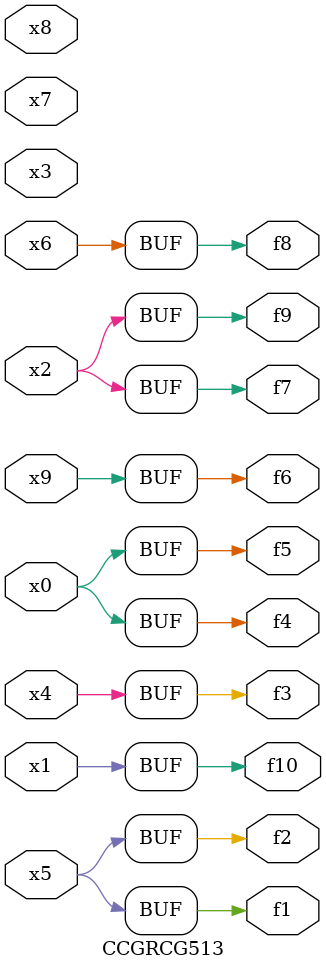
<source format=v>
module CCGRCG513(
	input x0, x1, x2, x3, x4, x5, x6, x7, x8, x9,
	output f1, f2, f3, f4, f5, f6, f7, f8, f9, f10
);
	assign f1 = x5;
	assign f2 = x5;
	assign f3 = x4;
	assign f4 = x0;
	assign f5 = x0;
	assign f6 = x9;
	assign f7 = x2;
	assign f8 = x6;
	assign f9 = x2;
	assign f10 = x1;
endmodule

</source>
